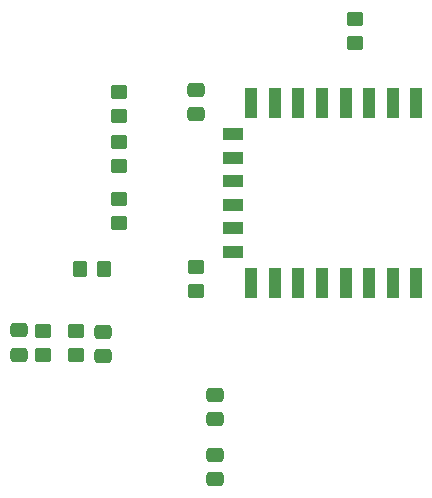
<source format=gbr>
%TF.GenerationSoftware,KiCad,Pcbnew,7.0.7-7.0.7~ubuntu22.04.1*%
%TF.CreationDate,2023-09-11T18:28:41+01:00*%
%TF.ProjectId,Blinder,426c696e-6465-4722-9e6b-696361645f70,rev?*%
%TF.SameCoordinates,Original*%
%TF.FileFunction,Paste,Top*%
%TF.FilePolarity,Positive*%
%FSLAX46Y46*%
G04 Gerber Fmt 4.6, Leading zero omitted, Abs format (unit mm)*
G04 Created by KiCad (PCBNEW 7.0.7-7.0.7~ubuntu22.04.1) date 2023-09-11 18:28:41*
%MOMM*%
%LPD*%
G01*
G04 APERTURE LIST*
G04 Aperture macros list*
%AMRoundRect*
0 Rectangle with rounded corners*
0 $1 Rounding radius*
0 $2 $3 $4 $5 $6 $7 $8 $9 X,Y pos of 4 corners*
0 Add a 4 corners polygon primitive as box body*
4,1,4,$2,$3,$4,$5,$6,$7,$8,$9,$2,$3,0*
0 Add four circle primitives for the rounded corners*
1,1,$1+$1,$2,$3*
1,1,$1+$1,$4,$5*
1,1,$1+$1,$6,$7*
1,1,$1+$1,$8,$9*
0 Add four rect primitives between the rounded corners*
20,1,$1+$1,$2,$3,$4,$5,0*
20,1,$1+$1,$4,$5,$6,$7,0*
20,1,$1+$1,$6,$7,$8,$9,0*
20,1,$1+$1,$8,$9,$2,$3,0*%
G04 Aperture macros list end*
%ADD10R,1.000000X2.500000*%
%ADD11R,1.800000X1.000000*%
%ADD12RoundRect,0.250000X0.450000X-0.350000X0.450000X0.350000X-0.450000X0.350000X-0.450000X-0.350000X0*%
%ADD13RoundRect,0.250000X-0.475000X0.337500X-0.475000X-0.337500X0.475000X-0.337500X0.475000X0.337500X0*%
%ADD14RoundRect,0.250000X0.475000X-0.337500X0.475000X0.337500X-0.475000X0.337500X-0.475000X-0.337500X0*%
%ADD15RoundRect,0.250000X-0.450000X0.350000X-0.450000X-0.350000X0.450000X-0.350000X0.450000X0.350000X0*%
%ADD16RoundRect,0.250000X0.350000X0.450000X-0.350000X0.450000X-0.350000X-0.450000X0.350000X-0.450000X0*%
G04 APERTURE END LIST*
D10*
%TO.C,U2*%
X74168000Y-44323000D03*
X72168000Y-44323000D03*
X70168000Y-44323000D03*
X68168000Y-44323000D03*
X66168000Y-44323000D03*
X64168000Y-44323000D03*
X62168000Y-44323000D03*
X60168000Y-44323000D03*
D11*
X58668000Y-41723000D03*
X58668000Y-39723000D03*
X58668000Y-37723000D03*
X58668000Y-35723000D03*
X58668000Y-33723000D03*
X58668000Y-31723000D03*
D10*
X60168000Y-29123000D03*
X62168000Y-29123000D03*
X64168000Y-29123000D03*
X66168000Y-29123000D03*
X68168000Y-29123000D03*
X70168000Y-29123000D03*
X72168000Y-29123000D03*
X74168000Y-29123000D03*
%TD*%
D12*
%TO.C,R8*%
X42545000Y-48419000D03*
X42545000Y-50419000D03*
%TD*%
D13*
%TO.C,C5*%
X57150000Y-53805000D03*
X57150000Y-55880000D03*
%TD*%
D12*
%TO.C,R1*%
X49022000Y-32417000D03*
X49022000Y-34417000D03*
%TD*%
D14*
%TO.C,C2*%
X40513000Y-50419000D03*
X40513000Y-48344000D03*
%TD*%
D15*
%TO.C,R3*%
X49022000Y-39243000D03*
X49022000Y-37243000D03*
%TD*%
D14*
%TO.C,C1*%
X55500000Y-30075000D03*
X55500000Y-28000000D03*
%TD*%
D12*
%TO.C,R2*%
X49000000Y-28210000D03*
X49000000Y-30210000D03*
%TD*%
D14*
%TO.C,C4*%
X47625000Y-50567500D03*
X47625000Y-48492500D03*
%TD*%
D13*
%TO.C,C3*%
X57150000Y-58885000D03*
X57150000Y-60960000D03*
%TD*%
D12*
%TO.C,R5*%
X55500000Y-45000000D03*
X55500000Y-43000000D03*
%TD*%
D16*
%TO.C,R4*%
X47720000Y-43180000D03*
X45720000Y-43180000D03*
%TD*%
D12*
%TO.C,R7*%
X45339000Y-48403000D03*
X45339000Y-50403000D03*
%TD*%
%TO.C,R6*%
X69000000Y-22000000D03*
X69000000Y-24000000D03*
%TD*%
M02*

</source>
